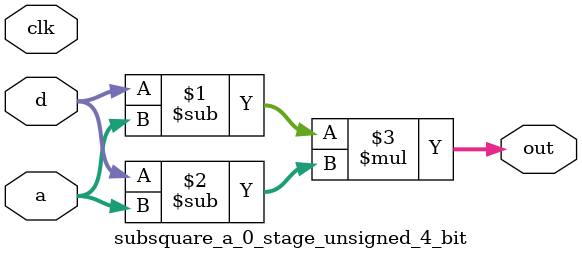
<source format=sv>
(* use_dsp = "yes" *) module subsquare_a_0_stage_unsigned_4_bit(
	input  [3:0] a,
	input  [3:0] d,
	output [3:0] out,
	input clk);

	assign out = (d - a) * (d - a);
endmodule

</source>
